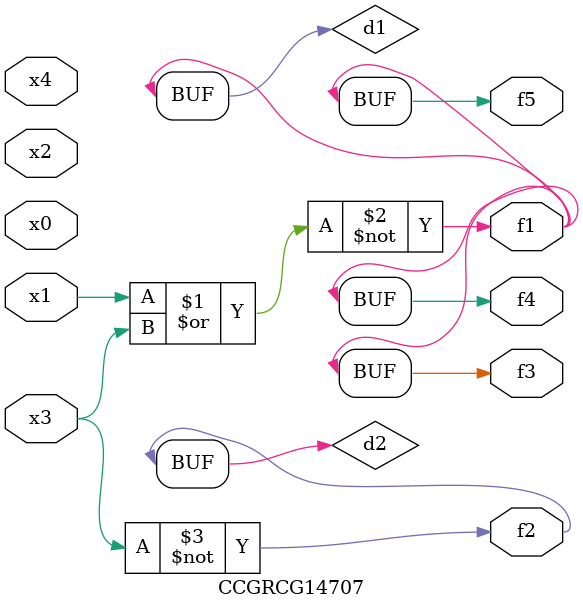
<source format=v>
module CCGRCG14707(
	input x0, x1, x2, x3, x4,
	output f1, f2, f3, f4, f5
);

	wire d1, d2;

	nor (d1, x1, x3);
	not (d2, x3);
	assign f1 = d1;
	assign f2 = d2;
	assign f3 = d1;
	assign f4 = d1;
	assign f5 = d1;
endmodule

</source>
